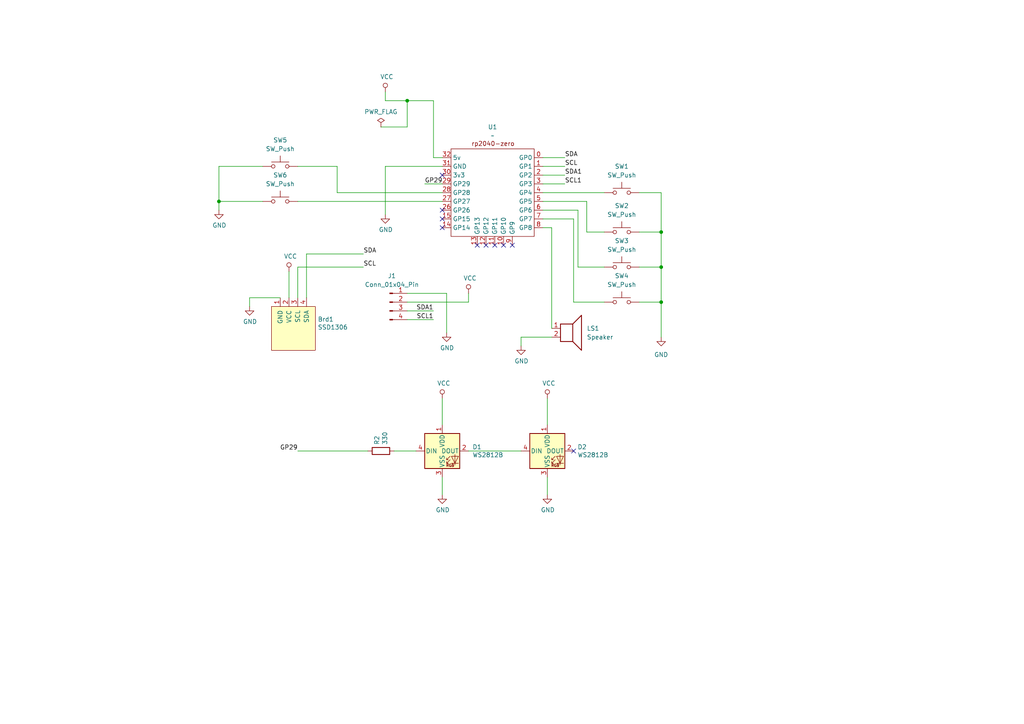
<source format=kicad_sch>
(kicad_sch (version 20231120) (generator "eeschema") (generator_version "8.0")
  (paper "A4")
  (lib_symbols
    (symbol "Connector:Conn_01x04_Pin" (pin_names (offset 1.016) hide)
      (property "Reference" "J" (at 0 5.08 0))
      (property "Value" "Conn_01x04_Pin" (at 0 -7.62 0))
      (symbol "Conn_01x04_Pin_1_1"
        (polyline (pts (xy 1.27 -5.08) (xy 0.8636 -5.08)) (stroke (width 0.1524)))
        (polyline (pts (xy 1.27 -2.54) (xy 0.8636 -2.54)) (stroke (width 0.1524)))
        (polyline (pts (xy 1.27 0) (xy 0.8636 0)) (stroke (width 0.1524)))
        (polyline (pts (xy 1.27 2.54) (xy 0.8636 2.54)) (stroke (width 0.1524)))
        (rectangle (start 0.8636 -4.953) (end 0 -5.207) (stroke (width 0.1524)) (fill (type outline)))
        (rectangle (start 0.8636 -2.413) (end 0 -2.667) (stroke (width 0.1524)) (fill (type outline)))
        (rectangle (start 0.8636 0.127) (end 0 -0.127) (stroke (width 0.1524)) (fill (type outline)))
        (rectangle (start 0.8636 2.667) (end 0 2.413) (stroke (width 0.1524)) (fill (type outline)))
        (pin passive line (at 5.08 2.54 180) (length 3.81) (name "Pin_1") (number "1"))
        (pin passive line (at 5.08 0 180) (length 3.81) (name "Pin_2") (number "2"))
        (pin passive line (at 5.08 -2.54 180) (length 3.81) (name "Pin_3") (number "3"))
        (pin passive line (at 5.08 -5.08 180) (length 3.81) (name "Pin_4") (number "4"))
      )
    )
    (symbol "Device:R" (pin_numbers hide) (pin_names (offset 0))
      (property "Reference" "R" (at 2.032 0 90))
      (property "Value" "R" (at 0 0 90))
      (symbol "R_0_1"
        (rectangle (start -1.016 -2.54) (end 1.016 2.54) (stroke (width 0.254)))
      )
      (symbol "R_1_1"
        (pin passive line (at 0 3.81 270) (length 1.27) (name "~") (number "1"))
        (pin passive line (at 0 -3.81 90) (length 1.27) (name "~") (number "2"))
      )
    )
    (symbol "Device:Speaker" (pin_names (offset 0) hide)
      (property "Reference" "LS" (at 1.27 5.715 0))
      (property "Value" "Speaker" (at 1.27 3.81 0))
      (symbol "Speaker_0_0"
        (rectangle (start -2.54 1.27) (end 1.016 -3.81) (stroke (width 0.254)))
        (polyline (pts (xy 1.016 1.27) (xy 3.556 3.81) (xy 3.556 -6.35) (xy 1.016 -3.81)) (stroke (width 0.254)))
      )
      (symbol "Speaker_1_1"
        (pin input line (at -5.08 0 0) (length 2.54) (name "1") (number "1"))
        (pin input line (at -5.08 -2.54 0) (length 2.54) (name "2") (number "2"))
      )
    )
    (symbol "LED:WS2812B" (pin_names (offset 0.254))
      (property "Reference" "D" (at 5.08 5.715 0))
      (property "Value" "WS2812B" (at 1.27 -5.715 0))
      (symbol "WS2812B_0_0"
        (text "RGB" (at 2.286 -4.191 0) (effects (font (size 0.762 0.762))))
      )
      (symbol "WS2812B_0_1"
        (polyline (pts (xy 1.27 -3.556) (xy 1.778 -3.556)))
        (polyline (pts (xy 1.27 -2.54) (xy 1.778 -2.54)))
        (polyline (pts (xy 4.699 -3.556) (xy 2.667 -3.556)))
        (polyline (pts (xy 2.286 -2.54) (xy 1.27 -3.556) (xy 1.27 -3.048)))
        (polyline (pts (xy 2.286 -1.524) (xy 1.27 -2.54) (xy 1.27 -2.032)))
        (polyline (pts (xy 3.683 -1.016) (xy 3.683 -3.556) (xy 3.683 -4.064)))
        (polyline (pts (xy 4.699 -1.524) (xy 2.667 -1.524) (xy 3.683 -3.556) (xy 4.699 -1.524)))
        (rectangle (start 5.08 5.08) (end -5.08 -5.08) (stroke (width 0.254)) (fill (type background)))
      )
      (symbol "WS2812B_1_1"
        (pin power_in line (at 0 7.62 270) (length 2.54) (name "VDD") (number "1"))
        (pin output line (at 7.62 0 180) (length 2.54) (name "DOUT") (number "2"))
        (pin power_in line (at 0 -7.62 90) (length 2.54) (name "VSS") (number "3"))
        (pin input line (at -7.62 0 0) (length 2.54) (name "DIN") (number "4"))
      )
    )
    (symbol "Switch:SW_Push" (pin_numbers hide) (pin_names (offset 1.016) hide)
      (property "Reference" "SW" (at 1.27 2.54 0))
      (property "Value" "SW_Push" (at 0 -1.524 0))
      (symbol "SW_Push_0_1"
        (circle (center -2.032 0) (radius 0.508))
        (polyline (pts (xy 0 1.27) (xy 0 3.048)))
        (polyline (pts (xy 2.54 1.27) (xy -2.54 1.27)))
        (circle (center 2.032 0) (radius 0.508))
        (pin passive line (at -5.08 0 0) (length 2.54) (name "1") (number "1"))
        (pin passive line (at 5.08 0 180) (length 2.54) (name "2") (number "2"))
      )
    )
    (symbol "gopher_pilot_xiao_sw-rescue:GND-power" (power) (pin_names (offset 0))
      (property "Value" "power_GND" (at 0 -3.81 0))
      (symbol "GND-power_0_1"
        (polyline (pts (xy 0 0) (xy 0 -1.27) (xy 1.27 -1.27) (xy 0 -2.54) (xy -1.27 -1.27) (xy 0 -1.27)))
      )
      (symbol "GND-power_1_1"
        (pin power_in line (at 0 0 270) (length 0) hide (name "GND") (number "1"))
      )
    )
    (symbol "gopher_pilot_xiao_sw-rescue:PWR_FLAG-power" (power) (pin_numbers hide) (pin_names (offset 0) hide)
      (property "Value" "power_PWR_FLAG" (at 0 3.81 0))
      (symbol "PWR_FLAG-power_0_0"
        (pin power_out line (at 0 0 90) (length 0) (name "pwr") (number "1"))
      )
      (symbol "PWR_FLAG-power_0_1"
        (polyline (pts (xy 0 0) (xy 0 1.27) (xy -1.016 1.905) (xy 0 2.54) (xy 1.016 1.905) (xy 0 1.27)))
      )
    )
    (symbol "gopher_pilot_xiao_sw-rescue:SSD1306-SSD1306" (pin_names (offset 1.016))
      (property "Reference" "Brd" (at 0 -3.81 0))
      (property "Value" "SSD1306_SSD1306" (at 0 -1.27 0))
      (symbol "SSD1306-SSD1306_0_1"
        (rectangle (start -6.35 6.35) (end 6.35 -6.35) (fill (type background)))
      )
      (symbol "SSD1306-SSD1306_1_1"
        (pin input line (at -3.81 8.89 270) (length 2.54) (name "GND") (number "1"))
        (pin input line (at -1.27 8.89 270) (length 2.54) (name "VCC") (number "2"))
        (pin input line (at 1.27 8.89 270) (length 2.54) (name "SCL") (number "3"))
        (pin input line (at 3.81 8.89 270) (length 2.54) (name "SDA") (number "4"))
      )
    )
    (symbol "gopher_pilot_xiao_sw-rescue:VCC-power" (power) (pin_names (offset 0))
      (property "Value" "power_VCC" (at 0 3.81 0))
      (symbol "VCC-power_0_1"
        (polyline (pts (xy 0 0) (xy 0 1.27)))
        (circle (center 0 1.905) (radius 0.635))
      )
      (symbol "VCC-power_1_1"
        (pin power_in line (at 0 0 90) (length 0) hide (name "VCC") (number "1"))
      )
    )
    (symbol "mysymbol:rp2040-zero"
      (property "Reference" "U" (at -17.272 0.762 0))
      (symbol "rp2040-zero_0_0"
        (pin bidirectional line (at -2.54 0 180) (length 2.54) (name "GP0") (number "0"))
        (pin bidirectional line (at -2.54 -2.54 180) (length 2.54) (name "GP1") (number "1"))
        (pin bidirectional line (at -13.97 -25.4 90) (length 2.54) (name "GP10") (number "10"))
        (pin bidirectional line (at -16.51 -25.4 90) (length 2.54) (name "GP11") (number "11"))
        (pin bidirectional line (at -19.05 -25.4 90) (length 2.54) (name "GP12") (number "12"))
        (pin bidirectional line (at -21.59 -25.4 90) (length 2.54) (name "GP13") (number "13"))
        (pin bidirectional line (at -31.75 -20.32 0) (length 2.54) (name "GP14") (number "14"))
        (pin bidirectional line (at -31.75 -17.78 0) (length 2.54) (name "GP15") (number "15"))
        (pin bidirectional line (at -2.54 -5.08 180) (length 2.54) (name "GP2") (number "2"))
        (pin bidirectional line (at -31.75 -15.24 0) (length 2.54) (name "GP26") (number "26"))
        (pin bidirectional line (at -31.75 -12.7 0) (length 2.54) (name "GP27") (number "27"))
        (pin bidirectional line (at -31.75 -10.16 0) (length 2.54) (name "GP28") (number "28"))
        (pin bidirectional line (at -31.75 -7.62 0) (length 2.54) (name "GP29") (number "29"))
        (pin bidirectional line (at -2.54 -7.62 180) (length 2.54) (name "GP3") (number "3"))
        (pin power_out line (at -31.75 -5.08 0) (length 2.54) (name "3v3") (number "30"))
        (pin input line (at -31.75 -2.54 0) (length 2.54) (name "GND") (number "31"))
        (pin power_out line (at -31.75 0 0) (length 2.54) (name "5v") (number "32"))
        (pin bidirectional line (at -2.54 -10.16 180) (length 2.54) (name "GP4") (number "4"))
        (pin bidirectional line (at -2.54 -12.7 180) (length 2.54) (name "GP5") (number "5"))
        (pin bidirectional line (at -2.54 -15.24 180) (length 2.54) (name "GP6") (number "6"))
        (pin bidirectional line (at -2.54 -17.78 180) (length 2.54) (name "GP7") (number "7"))
        (pin bidirectional line (at -2.54 -20.32 180) (length 2.54) (name "GP8") (number "8"))
        (pin bidirectional line (at -11.43 -25.4 90) (length 2.54) (name "GP9") (number "9"))
      )
      (symbol "rp2040-zero_0_1"
        (rectangle (start -29.21 2.54) (end -5.08 -22.86))
      )
      (symbol "rp2040-zero_1_1"
        (text "rp2040-zero" (at -17.018 4.064 0) (effects (font (size 1.27 1.27))))
      )
    )
    (symbol "power:GND" (power) (pin_numbers hide) (pin_names (offset 0) hide)
      (property "Value" "GND" (at 0 -3.81 0))
      (symbol "GND_0_1"
        (polyline (pts (xy 0 0) (xy 0 -1.27) (xy 1.27 -1.27) (xy 0 -2.54) (xy -1.27 -1.27) (xy 0 -1.27)))
      )
      (symbol "GND_1_1"
        (pin power_in line (at 0 0 270) (length 0) (name "~") (number "1"))
      )
    )
  )
  (junction (at 191.77 87.63))
  (junction (at 63.5 58.42))
  (junction (at 191.77 67.31))
  (junction (at 191.77 77.47))
  (junction (at 118.11 29.21))
  (no_connect (at 148.59 71.12))
  (no_connect (at 128.27 60.96))
  (no_connect (at 146.05 71.12))
  (no_connect (at 128.27 50.8))
  (no_connect (at 166.37 130.81))
  (no_connect (at 143.51 71.12))
  (no_connect (at 128.27 63.5))
  (no_connect (at 128.27 66.04))
  (no_connect (at 138.43 71.12))
  (no_connect (at 140.97 71.12))
  (wire (pts (xy 167.64 60.96) (xy 167.64 77.47)))
  (wire (pts (xy 128.27 48.26) (xy 111.76 48.26)))
  (wire (pts (xy 185.42 55.88) (xy 191.77 55.88)))
  (wire (pts (xy 118.11 87.63) (xy 135.89 87.63)))
  (wire (pts (xy 157.48 66.04) (xy 160.02 66.04)))
  (wire (pts (xy 118.11 85.09) (xy 129.54 85.09)))
  (wire (pts (xy 157.48 55.88) (xy 175.26 55.88)))
  (wire (pts (xy 125.73 45.72) (xy 128.27 45.72)))
  (wire (pts (xy 157.48 58.42) (xy 170.18 58.42)))
  (wire (pts (xy 158.75 115.57) (xy 158.75 123.19)))
  (wire (pts (xy 158.75 138.43) (xy 158.75 143.51)))
  (wire (pts (xy 157.48 63.5) (xy 166.37 63.5)))
  (wire (pts (xy 157.48 50.8) (xy 163.83 50.8)))
  (wire (pts (xy 123.19 53.34) (xy 128.27 53.34)))
  (wire (pts (xy 151.13 97.79) (xy 151.13 100.33)))
  (wire (pts (xy 185.42 87.63) (xy 191.77 87.63)))
  (wire (pts (xy 128.27 138.43) (xy 128.27 143.51)))
  (wire (pts (xy 97.79 48.26) (xy 97.79 55.88)))
  (wire (pts (xy 125.73 29.21) (xy 125.73 45.72)))
  (wire (pts (xy 118.11 36.83) (xy 118.11 29.21)))
  (wire (pts (xy 83.82 78.74) (xy 83.82 86.36)))
  (wire (pts (xy 160.02 97.79) (xy 151.13 97.79)))
  (wire (pts (xy 191.77 67.31) (xy 191.77 77.47)))
  (wire (pts (xy 157.48 53.34) (xy 163.83 53.34)))
  (wire (pts (xy 76.2 48.26) (xy 63.5 48.26)))
  (wire (pts (xy 166.37 63.5) (xy 166.37 87.63)))
  (wire (pts (xy 111.76 48.26) (xy 111.76 62.23)))
  (wire (pts (xy 72.39 86.36) (xy 81.28 86.36)))
  (wire (pts (xy 114.3 130.81) (xy 120.65 130.81)))
  (wire (pts (xy 185.42 67.31) (xy 191.77 67.31)))
  (wire (pts (xy 86.36 48.26) (xy 97.79 48.26)))
  (wire (pts (xy 167.64 77.47) (xy 175.26 77.47)))
  (wire (pts (xy 191.77 87.63) (xy 191.77 97.79)))
  (wire (pts (xy 135.89 87.63) (xy 135.89 85.09)))
  (wire (pts (xy 166.37 87.63) (xy 175.26 87.63)))
  (wire (pts (xy 157.48 45.72) (xy 163.83 45.72)))
  (wire (pts (xy 105.41 77.47) (xy 86.36 77.47)))
  (wire (pts (xy 160.02 66.04) (xy 160.02 95.25)))
  (wire (pts (xy 63.5 58.42) (xy 76.2 58.42)))
  (wire (pts (xy 185.42 77.47) (xy 191.77 77.47)))
  (wire (pts (xy 170.18 67.31) (xy 175.26 67.31)))
  (wire (pts (xy 86.36 58.42) (xy 128.27 58.42)))
  (wire (pts (xy 118.11 90.17) (xy 125.73 90.17)))
  (wire (pts (xy 86.36 130.81) (xy 106.68 130.81)))
  (wire (pts (xy 111.76 29.21) (xy 118.11 29.21)))
  (wire (pts (xy 118.11 29.21) (xy 125.73 29.21)))
  (wire (pts (xy 191.77 55.88) (xy 191.77 67.31)))
  (wire (pts (xy 129.54 85.09) (xy 129.54 96.52)))
  (wire (pts (xy 170.18 58.42) (xy 170.18 67.31)))
  (wire (pts (xy 110.49 36.83) (xy 118.11 36.83)))
  (wire (pts (xy 135.89 130.81) (xy 151.13 130.81)))
  (wire (pts (xy 86.36 77.47) (xy 86.36 86.36)))
  (wire (pts (xy 111.76 26.67) (xy 111.76 29.21)))
  (wire (pts (xy 105.41 73.66) (xy 88.9 73.66)))
  (wire (pts (xy 97.79 55.88) (xy 128.27 55.88)))
  (wire (pts (xy 191.77 77.47) (xy 191.77 87.63)))
  (wire (pts (xy 157.48 60.96) (xy 167.64 60.96)))
  (wire (pts (xy 63.5 58.42) (xy 63.5 60.96)))
  (wire (pts (xy 118.11 92.71) (xy 125.73 92.71)))
  (wire (pts (xy 72.39 86.36) (xy 72.39 88.9)))
  (wire (pts (xy 63.5 48.26) (xy 63.5 58.42)))
  (wire (pts (xy 88.9 73.66) (xy 88.9 86.36)))
  (wire (pts (xy 128.27 115.57) (xy 128.27 123.19)))
  (wire (pts (xy 157.48 48.26) (xy 163.83 48.26)))
  (label "SDA1" (at 125.73 90.17 180))
  (label "SDA" (at 105.41 73.66 0))
  (label "SDA1" (at 163.83 50.8 0))
  (label "GP29" (at 86.36 130.81 180))
  (label "SCL1" (at 163.83 53.34 0))
  (label "SCL" (at 105.41 77.47 0))
  (label "SCL1" (at 125.73 92.71 180))
  (label "SCL" (at 163.83 48.26 0))
  (label "GP29" (at 123.19 53.34 0))
  (label "SDA" (at 163.83 45.72 0))
  (symbol (lib_id "LED:WS2812B") (at 128.27 130.81 0) (unit 1)
    (property "Reference" "D1" (at 137.0076 129.6416 0) (effects (justify left)))
    (property "Value" "WS2812B" (at 137.0076 131.953 0) (effects (justify left)))
    (property "Footprint" "LED_SMD:LED_WS2812B_PLCC4_5.0x5.0mm_P3.2mm" (effects (hide yes)))
    (property "Datasheet" "https://cdn-shop.adafruit.com/datasheets/WS2812B.pdf" (effects (hide yes)))
  )
  (symbol (lib_id "LED:WS2812B") (at 158.75 130.81 0) (unit 1)
    (property "Reference" "D2" (at 167.4876 129.6416 0) (effects (justify left)))
    (property "Value" "WS2812B" (at 167.4876 131.953 0) (effects (justify left)))
    (property "Footprint" "LED_SMD:LED_WS2812B_PLCC4_5.0x5.0mm_P3.2mm" (effects (hide yes)))
    (property "Datasheet" "https://cdn-shop.adafruit.com/datasheets/WS2812B.pdf" (effects (hide yes)))
  )
  (symbol (lib_id "Device:R") (at 110.49 130.81 90) (unit 1)
    (property "Reference" "R2" (at 109.3216 129.032 0) (effects (justify left)))
    (property "Value" "330" (at 111.633 129.032 0) (effects (justify left)))
    (property "Footprint" "Resistor_SMD:R_0805_2012Metric" (effects (hide yes)))
  )
  (symbol (lib_id "gopher_pilot_xiao_sw-rescue:VCC-power") (at 128.27 115.57 0) (unit 1)
    (property "Reference" "#PWR01" (effects (hide yes)))
    (property "Value" "VCC" (at 128.7018 111.1758 0))
  )
  (symbol (lib_id "gopher_pilot_xiao_sw-rescue:VCC-power") (at 158.75 115.57 0) (unit 1)
    (property "Reference" "#PWR011" (effects (hide yes)))
    (property "Value" "VCC" (at 159.1818 111.1758 0))
  )
  (symbol (lib_id "gopher_pilot_xiao_sw-rescue:GND-power") (at 128.27 143.51 0) (unit 1)
    (property "Reference" "#PWR08" (effects (hide yes)))
    (property "Value" "GND" (at 128.397 147.9042 0))
  )
  (symbol (lib_id "gopher_pilot_xiao_sw-rescue:GND-power") (at 158.75 143.51 0) (unit 1)
    (property "Reference" "#PWR012" (effects (hide yes)))
    (property "Value" "GND" (at 158.877 147.9042 0))
  )
  (symbol (lib_id "gopher_pilot_xiao_sw-rescue:VCC-power") (at 111.76 26.67 0) (unit 1)
    (property "Reference" "#PWR02" (effects (hide yes)))
    (property "Value" "VCC" (at 112.1918 22.2758 0))
  )
  (symbol (lib_id "gopher_pilot_xiao_sw-rescue:SSD1306-SSD1306") (at 85.09 95.25 0) (unit 1)
    (property "Reference" "Brd1" (at 92.1512 92.6084 0) (effects (justify left)))
    (property "Value" "SSD1306" (at 92.1512 94.9198 0) (effects (justify left)))
    (property "Footprint" "XIAO:128x64OLED" (effects (hide yes)))
  )
  (symbol (lib_id "gopher_pilot_xiao_sw-rescue:GND-power") (at 111.76 62.23 0) (unit 1)
    (property "Reference" "#PWR03" (effects (hide yes)))
    (property "Value" "GND" (at 111.887 66.6242 0))
  )
  (symbol (lib_id "gopher_pilot_xiao_sw-rescue:GND-power") (at 72.39 88.9 0) (unit 1)
    (property "Reference" "#PWR0104" (effects (hide yes)))
    (property "Value" "GND" (at 72.517 93.2942 0))
  )
  (symbol (lib_id "gopher_pilot_xiao_sw-rescue:VCC-power") (at 83.82 78.74 0) (unit 1)
    (property "Reference" "#PWR0105" (effects (hide yes)))
    (property "Value" "VCC" (at 84.2518 74.3458 0))
  )
  (symbol (lib_id "gopher_pilot_xiao_sw-rescue:PWR_FLAG-power") (at 110.49 36.83 0) (unit 1)
    (property "Reference" "#FLG0101" (effects (hide yes)))
    (property "Value" "PWR_FLAG" (at 110.49 32.4358 0))
  )
  (symbol (lib_id "gopher_pilot_xiao_sw-rescue:GND-power") (at 151.13 100.33 0) (unit 1)
    (property "Reference" "#PWR06" (effects (hide yes)))
    (property "Value" "GND" (at 151.257 104.7242 0))
  )
  (symbol (lib_id "Switch:SW_Push") (at 180.34 87.63 0) (unit 1)
    (property "Reference" "SW4" (at 180.34 80.01 0))
    (property "Value" "SW_Push" (at 180.34 82.55 0))
    (property "Footprint" "Button_Switch_THT:SW_PUSH_6mm_H4.3mm" (effects (hide yes)))
    (property "Description" "Push button switch, generic, two pins" (effects (hide yes)))
  )
  (symbol (lib_id "Switch:SW_Push") (at 81.28 58.42 0) (unit 1)
    (property "Reference" "SW6" (at 81.28 50.8 0))
    (property "Value" "SW_Push" (at 81.28 53.34 0))
    (property "Footprint" "Button_Switch_THT:SW_PUSH_6mm_H4.3mm" (effects (hide yes)))
    (property "Description" "Push button switch, generic, two pins" (effects (hide yes)))
  )
  (symbol (lib_id "Connector:Conn_01x04_Pin") (at 113.03 87.63 0) (unit 1)
    (property "Reference" "J1" (at 113.665 80.01 0))
    (property "Value" "Conn_01x04_Pin" (at 113.665 82.55 0))
    (property "Footprint" "Connector_PinHeader_2.00mm:PinHeader_1x04_P2.00mm_Vertical" (effects (hide yes)))
    (property "Description" "Generic connector, single row, 01x04, script generated" (effects (hide yes)))
  )
  (symbol (lib_id "Switch:SW_Push") (at 180.34 55.88 0) (unit 1)
    (property "Reference" "SW1" (at 180.34 48.26 0))
    (property "Value" "SW_Push" (at 180.34 50.8 0))
    (property "Footprint" "Button_Switch_THT:SW_PUSH_6mm_H4.3mm" (effects (hide yes)))
    (property "Description" "Push button switch, generic, two pins" (effects (hide yes)))
  )
  (symbol (lib_id "gopher_pilot_xiao_sw-rescue:GND-power") (at 63.5 60.96 0) (unit 1)
    (property "Reference" "#PWR05" (effects (hide yes)))
    (property "Value" "GND" (at 63.627 65.3542 0))
  )
  (symbol (lib_id "Switch:SW_Push") (at 81.28 48.26 0) (unit 1)
    (property "Reference" "SW5" (at 81.28 40.64 0))
    (property "Value" "SW_Push" (at 81.28 43.18 0))
    (property "Footprint" "Button_Switch_THT:SW_PUSH_6mm_H4.3mm" (effects (hide yes)))
    (property "Description" "Push button switch, generic, two pins" (effects (hide yes)))
  )
  (symbol (lib_id "power:GND") (at 191.77 97.79 0) (unit 1)
    (property "Reference" "#PWR04" (effects (hide yes)))
    (property "Value" "GND" (at 191.77 102.87 0))
    (property "Description" "Power symbol creates a global label with name \"GND\" , ground" (effects (hide yes)))
  )
  (symbol (lib_id "gopher_pilot_xiao_sw-rescue:GND-power") (at 129.54 96.52 0) (unit 1)
    (property "Reference" "#PWR07" (effects (hide yes)))
    (property "Value" "GND" (at 129.667 100.9142 0))
  )
  (symbol (lib_id "gopher_pilot_xiao_sw-rescue:VCC-power") (at 135.89 85.09 0) (unit 1)
    (property "Reference" "#PWR09" (effects (hide yes)))
    (property "Value" "VCC" (at 136.3218 80.6958 0))
  )
  (symbol (lib_id "Switch:SW_Push") (at 180.34 77.47 0) (unit 1)
    (property "Reference" "SW3" (at 180.34 69.85 0))
    (property "Value" "SW_Push" (at 180.34 72.39 0))
    (property "Footprint" "Button_Switch_THT:SW_PUSH_6mm_H4.3mm" (effects (hide yes)))
    (property "Description" "Push button switch, generic, two pins" (effects (hide yes)))
  )
  (symbol (lib_id "Device:Speaker") (at 165.1 95.25 0) (unit 1)
    (property "Reference" "LS1" (at 170.18 95.2499 0) (effects (justify left)))
    (property "Value" "Speaker" (at 170.18 97.7899 0) (effects (justify left)))
    (property "Footprint" "Buzzer_Beeper:Buzzer_TDK_PS1240P02BT_D12.2mm_H6.5mm" (effects (hide yes)))
    (property "Description" "Speaker" (effects (hide yes)))
  )
  (symbol (lib_id "Switch:SW_Push") (at 180.34 67.31 0) (unit 1)
    (property "Reference" "SW2" (at 180.34 59.69 0))
    (property "Value" "SW_Push" (at 180.34 62.23 0))
    (property "Footprint" "Button_Switch_THT:SW_PUSH_6mm_H4.3mm" (effects (hide yes)))
    (property "Description" "Push button switch, generic, two pins" (effects (hide yes)))
  )
  (symbol (lib_id "mysymbol:rp2040-zero") (at 160.02 45.72 0) (unit 1)
    (property "Reference" "U1" (at 142.875 36.83 0))
    (property "Value" "~" (at 142.875 39.37 0))
    (property "Footprint" "rp2040-zero:my-rp2040-zero" (effects (hide yes)))
  )
)
</source>
